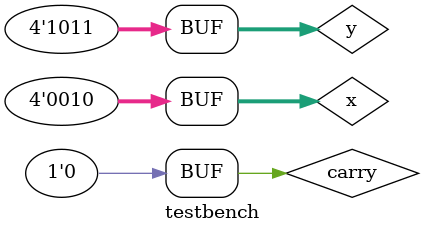
<source format=v>
`timescale 1ns / 1ps
module FULL_ADDER(
    input a,
    input b,
    input cin,
    output reg S,cout
    );
    always@(a or b or cin)
    begin
    S = a^b^cin;
    cout = a&b | b&cin | cin&a;
    end
    endmodule
    
    module mux(
    input a,b,
    input S,
    output reg y
    );
    always@(a,b,S)
    begin
    y = S&a | S&b;
    end
    endmodule
  
module CARRY_SELECT(
    input [3:0] x,
    input [3:0] y,
    input carry,
    output [3:0] s,
    output cout
    );
    wire w1,w2,w3,w4,w5,w6,w7,w8,w9,w10,w11,w12,w13,w14,w15,w16;
    FULL_ADDER fa0(x[0],y[0],1'b0,w1,w2);
    FULL_ADDER fa1(x[1],y[1],w2,w3,w4);
    FULL_ADDER fa2(x[2],y[2],w4,w5,w6);
    FULL_ADDER fa3(x[3],y[3],w6,w7,w8);
    FULL_ADDER fa4(x[0],y[0],1'b1,w9,w10);
    FULL_ADDER fa5(x[1],y[1],w10,w11,w12);
    FULL_ADDER fa6(x[2],y[2],w12,w13,w14);
    FULL_ADDER fa7(x[3],y[3],w14,w15,w16);
    mux mu0(w1,w9,carry,s[0]);
    mux mu1(w3,w11,carry,s[1]);
    mux mu2(w5,w13,carry,s[2]);
    mux mu3(w7,w15,carry,s[3]);
    mux mu4(w8,w16,carry,cout);
endmodule

module testbench;
reg [3:0]x,y;
reg carry;
wire [3:0] s;

    CARRY_SELECT dut(x,y,carry,s);
    initial
    begin
    $monitor("x=%b y=%b carry=%b s=%b",x,y,carry,s);
     carry = 1;
     carry = ~carry;
    #100 x[0]=0; x[1]=1; x[2]=1; x[3]=0;
         y[0]=1; y[1]=0; y[2]=1; y[3]=1;
    #200 x[0]=1; x[1]=0; x[2]=1; x[3]=0;
         y[0]=1; y[1]=1; y[2]=0; y[3]=1;
    #300 x[0]=0; x[1]=1; x[2]=0; x[3]=0;
         y[0]=1; y[1]=1; y[2]=0; y[3]=1;
         end
         endmodule

</source>
